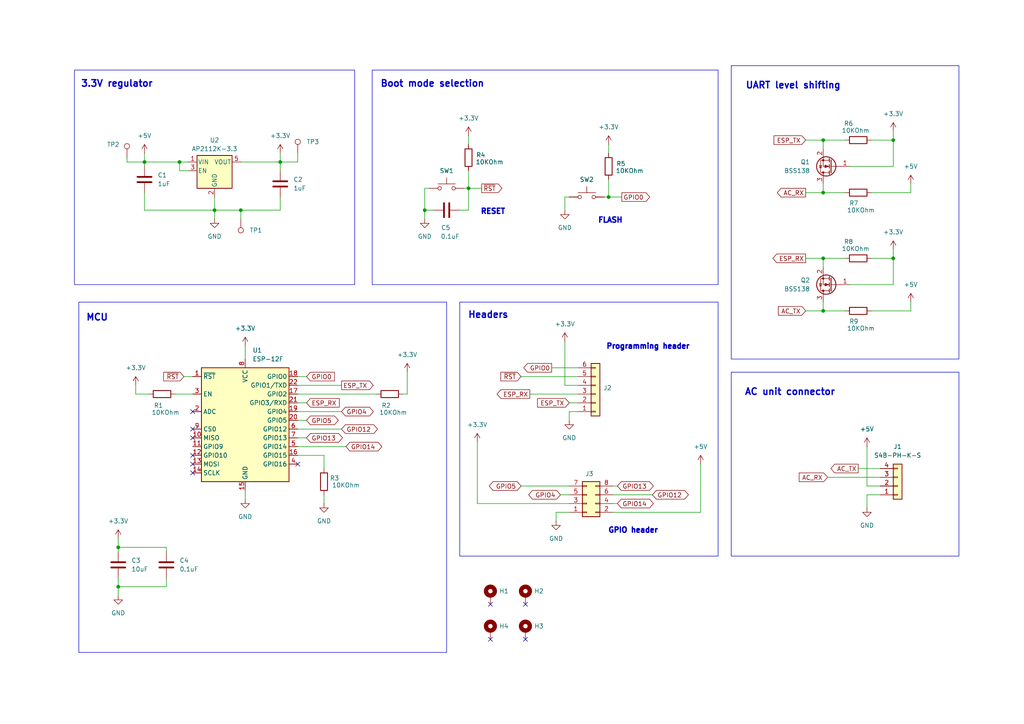
<source format=kicad_sch>
(kicad_sch (version 20250114) (generator "eeschema") (generator_version "9.0")
  (paper "A4")
  (lib_symbols
    (symbol "Connector:TestPoint" (pin_numbers (hide yes)) (pin_names (offset 0.762) (hide yes))
      (property "Reference" "TP" (at 0 6.858 0))
      (property "Value" "TestPoint" (at 0 5.08 0))
      (symbol "TestPoint_0_1"
        (circle (center 0 3.302) (radius 0.762))
      )
      (symbol "TestPoint_1_1"
        (pin passive line (at 0 0 90) (length 2.54) (name "1") (number "1"))
      )
    )
    (symbol "Connector_Generic:Conn_01x04" (pin_names (offset 1.016) (hide yes))
      (property "Reference" "J" (at 0 5.08 0))
      (property "Value" "Conn_01x04" (at 0 -7.62 0))
      (symbol "Conn_01x04_1_1"
        (rectangle (start -1.27 3.81) (end 1.27 -6.35) (stroke (width 0.254)) (fill (type background)))
        (rectangle (start -1.27 2.667) (end 0 2.413) (stroke (width 0.1524)))
        (rectangle (start -1.27 0.127) (end 0 -0.127) (stroke (width 0.1524)))
        (rectangle (start -1.27 -2.413) (end 0 -2.667) (stroke (width 0.1524)))
        (rectangle (start -1.27 -4.953) (end 0 -5.207) (stroke (width 0.1524)))
        (pin passive line (at -5.08 2.54 0) (length 3.81) (name "Pin_1") (number "1"))
        (pin passive line (at -5.08 0 0) (length 3.81) (name "Pin_2") (number "2"))
        (pin passive line (at -5.08 -2.54 0) (length 3.81) (name "Pin_3") (number "3"))
        (pin passive line (at -5.08 -5.08 0) (length 3.81) (name "Pin_4") (number "4"))
      )
    )
    (symbol "Connector_Generic:Conn_01x06" (pin_names (offset 1.016) (hide yes))
      (property "Reference" "J" (at 0 7.62 0))
      (property "Value" "Conn_01x06" (at 0 -10.16 0))
      (symbol "Conn_01x06_1_1"
        (rectangle (start -1.27 6.35) (end 1.27 -8.89) (stroke (width 0.254)) (fill (type background)))
        (rectangle (start -1.27 5.207) (end 0 4.953) (stroke (width 0.1524)))
        (rectangle (start -1.27 2.667) (end 0 2.413) (stroke (width 0.1524)))
        (rectangle (start -1.27 0.127) (end 0 -0.127) (stroke (width 0.1524)))
        (rectangle (start -1.27 -2.413) (end 0 -2.667) (stroke (width 0.1524)))
        (rectangle (start -1.27 -4.953) (end 0 -5.207) (stroke (width 0.1524)))
        (rectangle (start -1.27 -7.493) (end 0 -7.747) (stroke (width 0.1524)))
        (pin passive line (at -5.08 5.08 0) (length 3.81) (name "Pin_1") (number "1"))
        (pin passive line (at -5.08 2.54 0) (length 3.81) (name "Pin_2") (number "2"))
        (pin passive line (at -5.08 0 0) (length 3.81) (name "Pin_3") (number "3"))
        (pin passive line (at -5.08 -2.54 0) (length 3.81) (name "Pin_4") (number "4"))
        (pin passive line (at -5.08 -5.08 0) (length 3.81) (name "Pin_5") (number "5"))
        (pin passive line (at -5.08 -7.62 0) (length 3.81) (name "Pin_6") (number "6"))
      )
    )
    (symbol "Connector_Generic:Conn_02x04_Odd_Even" (pin_names (offset 1.016) (hide yes))
      (property "Reference" "J" (at 1.27 5.08 0))
      (property "Value" "Conn_02x04_Odd_Even" (at 1.27 -7.62 0))
      (symbol "Conn_02x04_Odd_Even_1_1"
        (rectangle (start -1.27 3.81) (end 3.81 -6.35) (stroke (width 0.254)) (fill (type background)))
        (rectangle (start -1.27 2.667) (end 0 2.413) (stroke (width 0.1524)))
        (rectangle (start -1.27 0.127) (end 0 -0.127) (stroke (width 0.1524)))
        (rectangle (start -1.27 -2.413) (end 0 -2.667) (stroke (width 0.1524)))
        (rectangle (start -1.27 -4.953) (end 0 -5.207) (stroke (width 0.1524)))
        (rectangle (start 3.81 2.667) (end 2.54 2.413) (stroke (width 0.1524)))
        (rectangle (start 3.81 0.127) (end 2.54 -0.127) (stroke (width 0.1524)))
        (rectangle (start 3.81 -2.413) (end 2.54 -2.667) (stroke (width 0.1524)))
        (rectangle (start 3.81 -4.953) (end 2.54 -5.207) (stroke (width 0.1524)))
        (pin passive line (at -5.08 2.54 0) (length 3.81) (name "Pin_1") (number "1"))
        (pin passive line (at -5.08 0 0) (length 3.81) (name "Pin_3") (number "3"))
        (pin passive line (at -5.08 -2.54 0) (length 3.81) (name "Pin_5") (number "5"))
        (pin passive line (at -5.08 -5.08 0) (length 3.81) (name "Pin_7") (number "7"))
        (pin passive line (at 7.62 2.54 180) (length 3.81) (name "Pin_2") (number "2"))
        (pin passive line (at 7.62 0 180) (length 3.81) (name "Pin_4") (number "4"))
        (pin passive line (at 7.62 -2.54 180) (length 3.81) (name "Pin_6") (number "6"))
        (pin passive line (at 7.62 -5.08 180) (length 3.81) (name "Pin_8") (number "8"))
      )
    )
    (symbol "Device:C" (pin_numbers (hide yes)) (pin_names (offset 0.254))
      (property "Reference" "C" (at 0.635 2.54 0))
      (property "Value" "C" (at 0.635 -2.54 0))
      (symbol "C_0_1"
        (polyline (pts (xy -2.032 0.762) (xy 2.032 0.762)) (stroke (width 0.508)))
        (polyline (pts (xy -2.032 -0.762) (xy 2.032 -0.762)) (stroke (width 0.508)))
      )
      (symbol "C_1_1"
        (pin passive line (at 0 3.81 270) (length 2.794) (name "~") (number "1"))
        (pin passive line (at 0 -3.81 90) (length 2.794) (name "~") (number "2"))
      )
    )
    (symbol "Device:R" (pin_numbers (hide yes)) (pin_names (offset 0))
      (property "Reference" "R" (at 2.032 0 90))
      (property "Value" "R" (at 0 0 90))
      (symbol "R_0_1"
        (rectangle (start -1.016 -2.54) (end 1.016 2.54) (stroke (width 0.254)))
      )
      (symbol "R_1_1"
        (pin passive line (at 0 3.81 270) (length 1.27) (name "~") (number "1"))
        (pin passive line (at 0 -3.81 90) (length 1.27) (name "~") (number "2"))
      )
    )
    (symbol "Mechanical:MountingHole_Pad" (pin_numbers (hide yes)) (pin_names (offset 1.016) (hide yes)) (in_bom no)
      (property "Reference" "H" (at 0 6.35 0))
      (property "Value" "MountingHole_Pad" (at 0 4.445 0))
      (symbol "MountingHole_Pad_0_1"
        (circle (center 0 1.27) (radius 1.27) (stroke (width 1.27)))
      )
      (symbol "MountingHole_Pad_1_1"
        (pin input line (at 0 -2.54 90) (length 2.54) (name "1") (number "1"))
      )
    )
    (symbol "RF_Module:ESP-12F"
      (property "Reference" "U" (at -12.7 19.05 0))
      (property "Value" "ESP-12F" (at 12.7 19.05 0))
      (symbol "ESP-12F_0_1"
        (rectangle (start -12.7 17.78) (end 12.7 -15.24) (stroke (width 0.254)) (fill (type background)))
      )
      (symbol "ESP-12F_1_1"
        (pin input line (at -15.24 15.24 0) (length 2.54) (name "~{RST}") (number "1"))
        (pin input line (at -15.24 10.16 0) (length 2.54) (name "EN") (number "3"))
        (pin input line (at -15.24 5.08 0) (length 2.54) (name "ADC") (number "2"))
        (pin input line (at -15.24 0 0) (length 2.54) (name "CS0") (number "9"))
        (pin bidirectional line (at -15.24 -2.54 0) (length 2.54) (name "MISO") (number "10"))
        (pin bidirectional line (at -15.24 -5.08 0) (length 2.54) (name "GPIO9") (number "11"))
        (pin bidirectional line (at -15.24 -7.62 0) (length 2.54) (name "GPIO10") (number "12"))
        (pin bidirectional line (at -15.24 -10.16 0) (length 2.54) (name "MOSI") (number "13"))
        (pin bidirectional line (at -15.24 -12.7 0) (length 2.54) (name "SCLK") (number "14"))
        (pin power_in line (at 0 20.32 270) (length 2.54) (name "VCC") (number "8"))
        (pin power_in line (at 0 -17.78 90) (length 2.54) (name "GND") (number "15"))
        (pin bidirectional line (at 15.24 15.24 180) (length 2.54) (name "GPIO0") (number "18"))
        (pin bidirectional line (at 15.24 12.7 180) (length 2.54) (name "GPIO1/TXD") (number "22"))
        (pin bidirectional line (at 15.24 10.16 180) (length 2.54) (name "GPIO2") (number "17"))
        (pin bidirectional line (at 15.24 7.62 180) (length 2.54) (name "GPIO3/RXD") (number "21"))
        (pin bidirectional line (at 15.24 5.08 180) (length 2.54) (name "GPIO4") (number "19"))
        (pin bidirectional line (at 15.24 2.54 180) (length 2.54) (name "GPIO5") (number "20"))
        (pin bidirectional line (at 15.24 0 180) (length 2.54) (name "GPIO12") (number "6"))
        (pin bidirectional line (at 15.24 -2.54 180) (length 2.54) (name "GPIO13") (number "7"))
        (pin bidirectional line (at 15.24 -5.08 180) (length 2.54) (name "GPIO14") (number "5"))
        (pin bidirectional line (at 15.24 -7.62 180) (length 2.54) (name "GPIO15") (number "16"))
        (pin bidirectional line (at 15.24 -10.16 180) (length 2.54) (name "GPIO16") (number "4"))
      )
    )
    (symbol "Regulator_Linear:AP2112K-3.3" (pin_names (offset 0.254))
      (property "Reference" "U" (at -5.08 5.715 0))
      (property "Value" "AP2112K-3.3" (at 0 5.715 0))
      (symbol "AP2112K-3.3_0_1"
        (rectangle (start -5.08 4.445) (end 5.08 -5.08) (stroke (width 0.254)) (fill (type background)))
      )
      (symbol "AP2112K-3.3_1_1"
        (pin power_in line (at -7.62 2.54 0) (length 2.54) (name "VIN") (number "1"))
        (pin input line (at -7.62 0 0) (length 2.54) (name "EN") (number "3"))
        (pin power_in line (at 0 -7.62 90) (length 2.54) (name "GND") (number "2"))
        (pin no_connect line (at 5.08 0 180) (length 2.54) (hide yes) (name "NC") (number "4"))
        (pin power_out line (at 7.62 2.54 180) (length 2.54) (name "VOUT") (number "5"))
      )
    )
    (symbol "Switch:SW_Push" (pin_numbers (hide yes)) (pin_names (offset 1.016) (hide yes))
      (property "Reference" "SW" (at 1.27 2.54 0))
      (property "Value" "SW_Push" (at 0 -1.524 0))
      (symbol "SW_Push_0_1"
        (circle (center -2.032 0) (radius 0.508))
        (polyline (pts (xy 0 1.27) (xy 0 3.048)))
        (circle (center 2.032 0) (radius 0.508))
        (polyline (pts (xy 2.54 1.27) (xy -2.54 1.27)))
        (pin passive line (at -5.08 0 0) (length 2.54) (name "1") (number "1"))
        (pin passive line (at 5.08 0 180) (length 2.54) (name "2") (number "2"))
      )
    )
    (symbol "Transistor_FET:BSS138" (pin_names (offset 0) (hide yes))
      (property "Reference" "Q" (at 5.08 1.905 0))
      (property "Value" "BSS138" (at 5.08 0 0))
      (symbol "BSS138_0_1"
        (polyline (pts (xy 0.254 1.905) (xy 0.254 -1.905)) (stroke (width 0.254)))
        (polyline (pts (xy 0.254 0) (xy -2.54 0)))
        (polyline (pts (xy 0.762 2.286) (xy 0.762 1.27)) (stroke (width 0.254)))
        (polyline (pts (xy 0.762 0.508) (xy 0.762 -0.508)) (stroke (width 0.254)))
        (polyline (pts (xy 0.762 -1.27) (xy 0.762 -2.286)) (stroke (width 0.254)))
        (polyline (pts (xy 0.762 -1.778) (xy 3.302 -1.778) (xy 3.302 1.778) (xy 0.762 1.778)))
        (polyline (pts (xy 1.016 0) (xy 2.032 0.381) (xy 2.032 -0.381) (xy 1.016 0)) (fill (type outline)))
        (circle (center 1.651 0) (radius 2.794) (stroke (width 0.254)))
        (polyline (pts (xy 2.54 2.54) (xy 2.54 1.778)))
        (circle (center 2.54 1.778) (radius 0.254) (fill (type outline)))
        (circle (center 2.54 -1.778) (radius 0.254) (fill (type outline)))
        (polyline (pts (xy 2.54 -2.54) (xy 2.54 0) (xy 0.762 0)))
        (polyline (pts (xy 2.921 0.381) (xy 3.683 0.381)))
        (polyline (pts (xy 3.302 0.381) (xy 2.921 -0.254) (xy 3.683 -0.254) (xy 3.302 0.381)))
      )
      (symbol "BSS138_1_1"
        (pin input line (at -5.08 0 0) (length 2.54) (name "G") (number "1"))
        (pin passive line (at 2.54 5.08 270) (length 2.54) (name "D") (number "3"))
        (pin passive line (at 2.54 -5.08 90) (length 2.54) (name "S") (number "2"))
      )
    )
    (symbol "power:+5V" (power) (pin_numbers (hide yes)) (pin_names (offset 0) (hide yes))
      (property "Value" "+5V" (at 0 3.556 0))
      (symbol "+5V_0_1"
        (polyline (pts (xy -0.762 1.27) (xy 0 2.54)))
        (polyline (pts (xy 0 2.54) (xy 0.762 1.27)))
        (polyline (pts (xy 0 0) (xy 0 2.54)))
      )
      (symbol "+5V_1_1"
        (pin power_in line (at 0 0 90) (length 0) (name "~") (number "1"))
      )
    )
    (symbol "power:GND" (power) (pin_numbers (hide yes)) (pin_names (offset 0) (hide yes))
      (property "Value" "GND" (at 0 -3.81 0))
      (symbol "GND_0_1"
        (polyline (pts (xy 0 0) (xy 0 -1.27) (xy 1.27 -1.27) (xy 0 -2.54) (xy -1.27 -1.27) (xy 0 -1.27)))
      )
      (symbol "GND_1_1"
        (pin power_in line (at 0 0 270) (length 0) (name "~") (number "1"))
      )
    )
  )
  (rectangle (start 22.86 87.63) (end 129.54 189.23))
  (rectangle (start 21.59 20.32) (end 102.87 82.55))
  (rectangle (start 212.09 19.05) (end 278.13 104.14))
  (rectangle (start 212.09 107.95) (end 278.13 161.29))
  (rectangle (start 107.95 20.32) (end 208.28 82.55))
  (rectangle (start 133.35 87.63) (end 208.28 161.29))
  (text "Boot mode selection" (at 110.236 24.384 0) (effects (font (size 1.905 1.905) (thickness 0.381) (bold yes)) (justify left)))
  (text "GPIO header" (at 183.642 153.924 0) (effects (font (size 1.524 1.524) (thickness 0.381) (bold yes))))
  (text "RESET" (at 143.002 61.468 0) (effects (font (size 1.524 1.524) (thickness 0.381) (bold yes))))
  (text "3.3V regulator" (at 23.368 24.384 0) (effects (font (size 1.905 1.905) (thickness 0.381) (bold yes)) (justify left)))
  (text "Headers" (at 135.636 91.44 0) (effects (font (size 1.905 1.905) (thickness 0.381) (bold yes)) (justify left)))
  (text "FLASH" (at 177.038 64.008 0) (effects (font (size 1.524 1.524) (thickness 0.381) (bold yes))))
  (text "Programming header" (at 187.96 100.584 0) (effects (font (size 1.524 1.524) (thickness 0.381) (bold yes))))
  (text "MCU" (at 24.892 92.202 0) (effects (font (size 1.905 1.905) (thickness 0.381) (bold yes)) (justify left)))
  (text "AC unit connector" (at 215.9 113.792 0) (effects (font (size 1.905 1.905) (thickness 0.381) (bold yes)) (justify left)))
  (text "UART level shifting" (at 216.154 24.892 0) (effects (font (size 1.905 1.905) (thickness 0.381) (bold yes)) (justify left)))
  (junction (at 176.53 57.15))
  (junction (at 52.07 46.99))
  (junction (at 259.08 74.93))
  (junction (at 238.76 74.93))
  (junction (at 259.08 40.64))
  (junction (at 238.76 55.88))
  (junction (at 123.19 60.96))
  (junction (at 81.28 46.99))
  (junction (at 135.89 54.61))
  (junction (at 62.23 60.96))
  (junction (at 238.76 90.17))
  (junction (at 41.91 46.99))
  (junction (at 238.76 40.64))
  (junction (at 69.85 60.96))
  (junction (at 34.29 170.18))
  (junction (at 34.29 158.75))
  (no_connect (at 86.36 134.62))
  (no_connect (at 55.88 119.38))
  (no_connect (at 152.4 175.26))
  (no_connect (at 55.88 124.46))
  (no_connect (at 142.24 175.26))
  (no_connect (at 55.88 134.62))
  (no_connect (at 152.4 185.42))
  (no_connect (at 55.88 132.08))
  (no_connect (at 142.24 185.42))
  (no_connect (at 55.88 137.16))
  (no_connect (at 55.88 127))
  (wire (pts (xy 123.19 63.5) (xy 123.19 60.96)))
  (wire (pts (xy 53.34 109.22) (xy 55.88 109.22)))
  (wire (pts (xy 135.89 60.96) (xy 135.89 54.61)))
  (wire (pts (xy 34.29 156.21) (xy 34.29 158.75)))
  (wire (pts (xy 176.53 41.91) (xy 176.53 44.45)))
  (wire (pts (xy 39.37 114.3) (xy 39.37 111.76)))
  (wire (pts (xy 264.16 87.63) (xy 264.16 90.17)))
  (wire (pts (xy 259.08 72.39) (xy 259.08 74.93)))
  (wire (pts (xy 246.38 82.55) (xy 259.08 82.55)))
  (wire (pts (xy 233.68 74.93) (xy 238.76 74.93)))
  (wire (pts (xy 153.67 114.3) (xy 167.64 114.3)))
  (wire (pts (xy 54.61 49.53) (xy 52.07 49.53)))
  (wire (pts (xy 264.16 55.88) (xy 252.73 55.88)))
  (wire (pts (xy 48.26 160.02) (xy 48.26 158.75)))
  (wire (pts (xy 134.62 54.61) (xy 135.89 54.61)))
  (wire (pts (xy 118.11 114.3) (xy 118.11 107.95)))
  (wire (pts (xy 203.2 148.59) (xy 177.8 148.59)))
  (wire (pts (xy 41.91 44.45) (xy 41.91 46.99)))
  (wire (pts (xy 69.85 46.99) (xy 81.28 46.99)))
  (wire (pts (xy 62.23 63.5) (xy 62.23 60.96)))
  (wire (pts (xy 48.26 170.18) (xy 34.29 170.18)))
  (wire (pts (xy 238.76 90.17) (xy 238.76 87.63)))
  (wire (pts (xy 151.13 140.97) (xy 165.1 140.97)))
  (wire (pts (xy 48.26 158.75) (xy 34.29 158.75)))
  (wire (pts (xy 163.83 111.76) (xy 163.83 99.06)))
  (wire (pts (xy 34.29 158.75) (xy 34.29 160.02)))
  (wire (pts (xy 48.26 167.64) (xy 48.26 170.18)))
  (wire (pts (xy 52.07 49.53) (xy 52.07 46.99)))
  (wire (pts (xy 245.11 55.88) (xy 238.76 55.88)))
  (wire (pts (xy 238.76 40.64) (xy 238.76 43.18)))
  (wire (pts (xy 245.11 90.17) (xy 238.76 90.17)))
  (wire (pts (xy 167.64 111.76) (xy 163.83 111.76)))
  (wire (pts (xy 34.29 170.18) (xy 34.29 172.72)))
  (wire (pts (xy 81.28 44.45) (xy 81.28 46.99)))
  (wire (pts (xy 135.89 54.61) (xy 139.7 54.61)))
  (wire (pts (xy 86.36 116.84) (xy 88.9 116.84)))
  (wire (pts (xy 233.68 90.17) (xy 238.76 90.17)))
  (wire (pts (xy 69.85 60.96) (xy 81.28 60.96)))
  (wire (pts (xy 86.36 121.92) (xy 88.9 121.92)))
  (wire (pts (xy 238.76 74.93) (xy 238.76 77.47)))
  (wire (pts (xy 246.38 48.26) (xy 259.08 48.26)))
  (wire (pts (xy 43.18 114.3) (xy 39.37 114.3)))
  (wire (pts (xy 165.1 119.38) (xy 165.1 121.92)))
  (wire (pts (xy 259.08 74.93) (xy 252.73 74.93)))
  (wire (pts (xy 162.56 143.51) (xy 165.1 143.51)))
  (wire (pts (xy 62.23 57.15) (xy 62.23 60.96)))
  (wire (pts (xy 86.36 46.99) (xy 81.28 46.99)))
  (wire (pts (xy 167.64 119.38) (xy 165.1 119.38)))
  (wire (pts (xy 264.16 53.34) (xy 264.16 55.88)))
  (wire (pts (xy 34.29 170.18) (xy 34.29 167.64)))
  (wire (pts (xy 175.26 57.15) (xy 176.53 57.15)))
  (wire (pts (xy 248.92 135.89) (xy 255.27 135.89)))
  (wire (pts (xy 245.11 40.64) (xy 238.76 40.64)))
  (wire (pts (xy 86.36 119.38) (xy 99.06 119.38)))
  (wire (pts (xy 86.36 129.54) (xy 100.33 129.54)))
  (wire (pts (xy 123.19 54.61) (xy 124.46 54.61)))
  (wire (pts (xy 86.36 127) (xy 88.9 127)))
  (wire (pts (xy 123.19 60.96) (xy 123.19 54.61)))
  (wire (pts (xy 161.29 148.59) (xy 165.1 148.59)))
  (wire (pts (xy 138.43 146.05) (xy 165.1 146.05)))
  (wire (pts (xy 135.89 49.53) (xy 135.89 54.61)))
  (wire (pts (xy 203.2 134.62) (xy 203.2 148.59)))
  (wire (pts (xy 36.83 46.99) (xy 41.91 46.99)))
  (wire (pts (xy 238.76 55.88) (xy 238.76 53.34)))
  (wire (pts (xy 86.36 109.22) (xy 88.9 109.22)))
  (wire (pts (xy 233.68 55.88) (xy 238.76 55.88)))
  (wire (pts (xy 41.91 46.99) (xy 41.91 48.26)))
  (wire (pts (xy 93.98 132.08) (xy 93.98 135.89)))
  (wire (pts (xy 50.8 114.3) (xy 55.88 114.3)))
  (wire (pts (xy 251.46 129.54) (xy 251.46 140.97)))
  (wire (pts (xy 86.36 111.76) (xy 99.06 111.76)))
  (wire (pts (xy 41.91 55.88) (xy 41.91 60.96)))
  (wire (pts (xy 36.83 45.72) (xy 36.83 46.99)))
  (wire (pts (xy 41.91 46.99) (xy 52.07 46.99)))
  (wire (pts (xy 259.08 38.1) (xy 259.08 40.64)))
  (wire (pts (xy 240.03 138.43) (xy 255.27 138.43)))
  (wire (pts (xy 86.36 114.3) (xy 109.22 114.3)))
  (wire (pts (xy 163.83 60.96) (xy 163.83 57.15)))
  (wire (pts (xy 245.11 74.93) (xy 238.76 74.93)))
  (wire (pts (xy 151.13 109.22) (xy 167.64 109.22)))
  (wire (pts (xy 259.08 40.64) (xy 252.73 40.64)))
  (wire (pts (xy 233.68 40.64) (xy 238.76 40.64)))
  (wire (pts (xy 165.1 116.84) (xy 167.64 116.84)))
  (wire (pts (xy 86.36 124.46) (xy 99.06 124.46)))
  (wire (pts (xy 62.23 60.96) (xy 69.85 60.96)))
  (wire (pts (xy 163.83 57.15) (xy 165.1 57.15)))
  (wire (pts (xy 264.16 90.17) (xy 252.73 90.17)))
  (wire (pts (xy 177.8 146.05) (xy 179.07 146.05)))
  (wire (pts (xy 41.91 60.96) (xy 62.23 60.96)))
  (wire (pts (xy 255.27 143.51) (xy 251.46 143.51)))
  (wire (pts (xy 160.02 106.68) (xy 167.64 106.68)))
  (wire (pts (xy 81.28 46.99) (xy 81.28 49.53)))
  (wire (pts (xy 135.89 39.37) (xy 135.89 41.91)))
  (wire (pts (xy 52.07 46.99) (xy 54.61 46.99)))
  (wire (pts (xy 259.08 82.55) (xy 259.08 74.93)))
  (wire (pts (xy 176.53 57.15) (xy 180.34 57.15)))
  (wire (pts (xy 259.08 48.26) (xy 259.08 40.64)))
  (wire (pts (xy 138.43 128.27) (xy 138.43 146.05)))
  (wire (pts (xy 123.19 60.96) (xy 125.73 60.96)))
  (wire (pts (xy 161.29 151.13) (xy 161.29 148.59)))
  (wire (pts (xy 86.36 44.45) (xy 86.36 46.99)))
  (wire (pts (xy 93.98 143.51) (xy 93.98 146.05)))
  (wire (pts (xy 71.12 100.33) (xy 71.12 104.14)))
  (wire (pts (xy 71.12 142.24) (xy 71.12 144.78)))
  (wire (pts (xy 116.84 114.3) (xy 118.11 114.3)))
  (wire (pts (xy 251.46 143.51) (xy 251.46 147.32)))
  (wire (pts (xy 81.28 60.96) (xy 81.28 57.15)))
  (wire (pts (xy 177.8 143.51) (xy 189.23 143.51)))
  (wire (pts (xy 176.53 52.07) (xy 176.53 57.15)))
  (wire (pts (xy 69.85 60.96) (xy 69.85 63.5)))
  (wire (pts (xy 93.98 132.08) (xy 86.36 132.08)))
  (wire (pts (xy 251.46 140.97) (xy 255.27 140.97)))
  (wire (pts (xy 177.8 140.97) (xy 179.07 140.97)))
  (wire (pts (xy 133.35 60.96) (xy 135.89 60.96)))
  (global_label "~{RST}" (shape input) (at 53.34 109.22 180) (property "Intersheetrefs" "${INTERSHEET_REFS}" (effects (hide yes))))
  (global_label "GPIO13" (shape bidirectional) (at 88.9 127 0) (effects (font (thickness 0.1588))) (property "Intersheetrefs" "${INTERSHEET_REFS}" (effects (hide yes))))
  (global_label "AC_RX" (shape output) (at 233.68 55.88 180) (effects (font (thickness 0.1588))) (property "Intersheetrefs" "${INTERSHEET_REFS}" (effects (hide yes))))
  (global_label "ESP_RX" (shape input) (at 88.9 116.84 0) (effects (font (thickness 0.1588))) (property "Intersheetrefs" "${INTERSHEET_REFS}" (effects (hide yes))))
  (global_label "GPIO0" (shape input) (at 88.9 109.22 0) (property "Intersheetrefs" "${INTERSHEET_REFS}" (effects (hide yes))))
  (global_label "~{RST}" (shape input) (at 151.13 109.22 180) (property "Intersheetrefs" "${INTERSHEET_REFS}" (effects (hide yes))))
  (global_label "ESP_TX" (shape output) (at 99.06 111.76 0) (effects (font (thickness 0.1588))) (property "Intersheetrefs" "${INTERSHEET_REFS}" (effects (hide yes))))
  (global_label "GPIO12" (shape bidirectional) (at 99.06 124.46 0) (effects (font (thickness 0.1588))) (property "Intersheetrefs" "${INTERSHEET_REFS}" (effects (hide yes))))
  (global_label "GPIO12" (shape bidirectional) (at 189.23 143.51 0) (effects (font (thickness 0.1588))) (property "Intersheetrefs" "${INTERSHEET_REFS}" (effects (hide yes))))
  (global_label "GPIO14" (shape bidirectional) (at 179.07 146.05 0) (effects (font (thickness 0.1588))) (property "Intersheetrefs" "${INTERSHEET_REFS}" (effects (hide yes))))
  (global_label "GPIO5" (shape bidirectional) (at 88.9 121.92 0) (effects (font (thickness 0.1588))) (property "Intersheetrefs" "${INTERSHEET_REFS}" (effects (hide yes))))
  (global_label "GPIO5" (shape bidirectional) (at 151.13 140.97 180) (effects (font (thickness 0.1588))) (property "Intersheetrefs" "${INTERSHEET_REFS}" (effects (hide yes))))
  (global_label "~{RST}" (shape output) (at 139.7 54.61 0) (property "Intersheetrefs" "${INTERSHEET_REFS}" (effects (hide yes))))
  (global_label "GPIO14" (shape bidirectional) (at 100.33 129.54 0) (effects (font (thickness 0.1588))) (property "Intersheetrefs" "${INTERSHEET_REFS}" (effects (hide yes))))
  (global_label "GPIO4" (shape bidirectional) (at 99.06 119.38 0) (effects (font (thickness 0.1588))) (property "Intersheetrefs" "${INTERSHEET_REFS}" (effects (hide yes))))
  (global_label "ESP_TX" (shape input) (at 165.1 116.84 180) (effects (font (thickness 0.1588))) (property "Intersheetrefs" "${INTERSHEET_REFS}" (effects (hide yes))))
  (global_label "ESP_RX" (shape output) (at 233.68 74.93 180) (effects (font (thickness 0.1588))) (property "Intersheetrefs" "${INTERSHEET_REFS}" (effects (hide yes))))
  (global_label "GPIO4" (shape bidirectional) (at 162.56 143.51 180) (effects (font (thickness 0.1588))) (property "Intersheetrefs" "${INTERSHEET_REFS}" (effects (hide yes))))
  (global_label "GPIO13" (shape bidirectional) (at 179.07 140.97 0) (effects (font (thickness 0.1588))) (property "Intersheetrefs" "${INTERSHEET_REFS}" (effects (hide yes))))
  (global_label "AC_RX" (shape input) (at 240.03 138.43 180) (property "Intersheetrefs" "${INTERSHEET_REFS}" (effects (hide yes))))
  (global_label "GPIO0" (shape output) (at 180.34 57.15 0) (property "Intersheetrefs" "${INTERSHEET_REFS}" (effects (hide yes))))
  (global_label "ESP_TX" (shape input) (at 233.68 40.64 180) (effects (font (thickness 0.1588))) (property "Intersheetrefs" "${INTERSHEET_REFS}" (effects (hide yes))))
  (global_label "GPIO0" (shape output) (at 160.02 106.68 180) (property "Intersheetrefs" "${INTERSHEET_REFS}" (effects (hide yes))))
  (global_label "AC_TX" (shape output) (at 248.92 135.89 180) (property "Intersheetrefs" "${INTERSHEET_REFS}" (effects (hide yes))))
  (global_label "ESP_RX" (shape output) (at 153.67 114.3 180) (effects (font (thickness 0.1588))) (property "Intersheetrefs" "${INTERSHEET_REFS}" (effects (hide yes))))
  (global_label "AC_TX" (shape input) (at 233.68 90.17 180) (effects (font (thickness 0.1588))) (property "Intersheetrefs" "${INTERSHEET_REFS}" (effects (hide yes))))
  (symbol (lib_id "power:GND") (at 161.29 151.13 0) (unit 1)
    (property "Reference" "#PWR023" (effects (hide yes)))
    (property "Value" "GND" (at 161.29 156.21 0))
    (property "Description" "Power symbol creates a global label with name \"GND\" , ground" (effects (hide yes)))
  )
  (symbol (lib_id "Device:C") (at 41.91 52.07 0) (unit 1)
    (property "Reference" "C1" (at 45.72 50.7999 0) (effects (justify left)))
    (property "Value" "1uF" (at 45.72 53.3399 0) (effects (justify left)))
    (property "Footprint" "Capacitor_SMD:C_0805_2012Metric_Pad1.18x1.45mm_HandSolder" (effects (hide yes)))
    (property "Description" "Unpolarized capacitor" (effects (hide yes)))
  )
  (symbol (lib_id "power:+5V") (at 259.08 38.1 0) (unit 1)
    (property "Reference" "#PWR017" (effects (hide yes)))
    (property "Value" "+3.3V" (at 259.08 33.02 0))
    (property "Description" "Power symbol creates a global label with name \"+5V\"" (effects (hide yes)))
  )
  (symbol (lib_id "power:+5V") (at 264.16 87.63 0) (unit 1)
    (property "Reference" "#PWR020" (effects (hide yes)))
    (property "Value" "+5V" (at 264.16 82.55 0))
    (property "Description" "Power symbol creates a global label with name \"+5V\"" (effects (hide yes)))
  )
  (symbol (lib_id "Device:C") (at 34.29 163.83 0) (unit 1)
    (property "Reference" "C3" (at 38.1 162.5599 0) (effects (justify left)))
    (property "Value" "10uF" (at 38.1 165.0999 0) (effects (justify left)))
    (property "Footprint" "Capacitor_SMD:C_1206_3216Metric_Pad1.33x1.80mm_HandSolder" (effects (hide yes)))
    (property "Description" "Unpolarized capacitor" (effects (hide yes)))
  )
  (symbol (lib_id "power:+5V") (at 259.08 72.39 0) (unit 1)
    (property "Reference" "#PWR019" (effects (hide yes)))
    (property "Value" "+3.3V" (at 259.08 67.31 0))
    (property "Description" "Power symbol creates a global label with name \"+5V\"" (effects (hide yes)))
  )
  (symbol (lib_id "Device:R") (at 135.89 45.72 0) (unit 1)
    (property "Reference" "R4" (at 139.446 44.958 0))
    (property "Value" "10KOhm" (at 141.986 46.99 0))
    (property "Footprint" "Capacitor_SMD:C_0603_1608Metric_Pad1.08x0.95mm_HandSolder" (effects (hide yes)))
    (property "Description" "Resistor" (effects (hide yes)))
  )
  (symbol (lib_id "Regulator_Linear:AP2112K-3.3") (at 62.23 49.53 0) (unit 1)
    (property "Reference" "U2" (at 62.23 40.64 0))
    (property "Value" "AP2112K-3.3" (at 62.23 43.18 0))
    (property "Footprint" "Package_TO_SOT_SMD:SOT-23-5" (effects (hide yes)))
    (property "Datasheet" "https://www.diodes.com/assets/Datasheets/AP2112.pdf" (effects (hide yes)))
    (property "Description" "600mA low dropout linear regulator, with enable pin, 3.8V-6V input voltage range, 3.3V fixed positive output, SOT-23-5" (effects (hide yes)))
  )
  (symbol (lib_id "Device:R") (at 248.92 40.64 270) (unit 1)
    (property "Reference" "R6" (at 246.126 35.814 90))
    (property "Value" "10KOhm" (at 248.158 37.846 90))
    (property "Footprint" "Capacitor_SMD:C_0603_1608Metric_Pad1.08x0.95mm_HandSolder" (effects (hide yes)))
    (property "Description" "Resistor" (effects (hide yes)))
  )
  (symbol (lib_id "power:GND") (at 71.12 144.78 0) (unit 1)
    (property "Reference" "#PWR09" (effects (hide yes)))
    (property "Value" "GND" (at 71.12 149.86 0))
    (property "Description" "Power symbol creates a global label with name \"GND\" , ground" (effects (hide yes)))
  )
  (symbol (lib_id "power:+5V") (at 135.89 39.37 0) (unit 1)
    (property "Reference" "#PWR011" (effects (hide yes)))
    (property "Value" "+3.3V" (at 135.89 34.29 0))
    (property "Description" "Power symbol creates a global label with name \"+5V\"" (effects (hide yes)))
  )
  (symbol (lib_id "power:+5V") (at 163.83 99.06 0) (unit 1)
    (property "Reference" "#PWR022" (effects (hide yes)))
    (property "Value" "+3.3V" (at 163.83 93.98 0))
    (property "Description" "Power symbol creates a global label with name \"+5V\"" (effects (hide yes)))
  )
  (symbol (lib_id "Mechanical:MountingHole_Pad") (at 142.24 182.88 0) (unit 1) (in_bom no)
    (property "Reference" "H4" (at 144.78 181.6099 0) (effects (justify left)))
    (property "Value" "MountingHole_Pad" (effects (hide yes)))
    (property "Footprint" "MountingHole:MountingHole_3.2mm_M3_DIN965_Pad" (effects (hide yes)))
    (property "Description" "Mounting Hole with connection" (effects (hide yes)))
  )
  (symbol (lib_id "power:GND") (at 165.1 121.92 0) (unit 1)
    (property "Reference" "#PWR021" (effects (hide yes)))
    (property "Value" "GND" (at 165.1 127 0))
    (property "Description" "Power symbol creates a global label with name \"GND\" , ground" (effects (hide yes)))
  )
  (symbol (lib_id "power:GND") (at 123.19 63.5 0) (unit 1)
    (property "Reference" "#PWR010" (effects (hide yes)))
    (property "Value" "GND" (at 123.19 68.58 0))
    (property "Description" "Power symbol creates a global label with name \"GND\" , ground" (effects (hide yes)))
  )
  (symbol (lib_id "Device:R") (at 46.99 114.3 270) (unit 1)
    (property "Reference" "R1" (at 45.974 117.602 90))
    (property "Value" "10KOhm" (at 48.006 119.634 90))
    (property "Footprint" "Capacitor_SMD:C_0603_1608Metric_Pad1.08x0.95mm_HandSolder" (effects (hide yes)))
    (property "Description" "Resistor" (effects (hide yes)))
  )
  (symbol (lib_id "Connector:TestPoint") (at 86.36 44.45 0) (unit 1)
    (property "Reference" "TP3" (at 88.9 41.1479 0) (effects (justify left)))
    (property "Value" "TestPoint" (effects (hide yes)))
    (property "Footprint" "TestPoint:TestPoint_Pad_D2.0mm" (effects (hide yes)))
    (property "Description" "test point" (effects (hide yes)))
  )
  (symbol (lib_id "power:GND") (at 93.98 146.05 0) (unit 1)
    (property "Reference" "#PWR014" (effects (hide yes)))
    (property "Value" "GND" (at 93.98 151.13 0))
    (property "Description" "Power symbol creates a global label with name \"GND\" , ground" (effects (hide yes)))
  )
  (symbol (lib_id "power:+5V") (at 251.46 129.54 0) (unit 1)
    (property "Reference" "#PWR02" (effects (hide yes)))
    (property "Value" "+5V" (at 251.46 124.46 0))
    (property "Description" "Power symbol creates a global label with name \"+5V\"" (effects (hide yes)))
  )
  (symbol (lib_id "Transistor_FET:BSS138") (at 241.3 82.55 180) (unit 1)
    (property "Reference" "Q2" (at 234.95 81.2799 0) (effects (justify left)))
    (property "Value" "BSS138" (at 234.95 83.8199 0) (effects (justify left)))
    (property "Footprint" "Package_TO_SOT_SMD:SOT-23" (effects (hide yes)))
    (property "Datasheet" "https://www.onsemi.com/pub/Collateral/BSS138-D.PDF" (effects (hide yes)))
    (property "Description" "50V Vds, 0.22A Id, N-Channel MOSFET, SOT-23" (effects (hide yes)))
  )
  (symbol (lib_id "Device:R") (at 248.92 90.17 270) (unit 1)
    (property "Reference" "R9" (at 247.65 93.218 90))
    (property "Value" "10KOhm" (at 249.682 95.25 90))
    (property "Footprint" "Capacitor_SMD:C_0603_1608Metric_Pad1.08x0.95mm_HandSolder" (effects (hide yes)))
    (property "Description" "Resistor" (effects (hide yes)))
  )
  (symbol (lib_id "power:+5V") (at 41.91 44.45 0) (unit 1)
    (property "Reference" "#PWR04" (effects (hide yes)))
    (property "Value" "+5V" (at 41.91 39.37 0))
    (property "Description" "Power symbol creates a global label with name \"+5V\"" (effects (hide yes)))
  )
  (symbol (lib_id "Mechanical:MountingHole_Pad") (at 152.4 182.88 0) (unit 1) (in_bom no)
    (property "Reference" "H3" (at 154.94 181.6099 0) (effects (justify left)))
    (property "Value" "MountingHole_Pad" (effects (hide yes)))
    (property "Footprint" "MountingHole:MountingHole_3.2mm_M3_DIN965_Pad" (effects (hide yes)))
    (property "Description" "Mounting Hole with connection" (effects (hide yes)))
  )
  (symbol (lib_id "Switch:SW_Push") (at 129.54 54.61 0) (unit 1)
    (property "Reference" "SW1" (at 129.54 49.53 0))
    (property "Value" "SW_Push" (effects (hide yes)))
    (property "Footprint" "Button_Switch_SMD:SW_Tactile_SPST_NO_Straight_CK_PTS636Sx25SMTRLFS" (effects (hide yes)))
    (property "Description" "Push button switch, generic, two pins" (effects (hide yes)))
  )
  (symbol (lib_id "power:+5V") (at 81.28 44.45 0) (unit 1)
    (property "Reference" "#PWR05" (effects (hide yes)))
    (property "Value" "+3.3V" (at 81.28 39.37 0))
    (property "Description" "Power symbol creates a global label with name \"+5V\"" (effects (hide yes)))
  )
  (symbol (lib_id "Transistor_FET:BSS138") (at 241.3 48.26 180) (unit 1)
    (property "Reference" "Q1" (at 234.95 46.9899 0) (effects (justify left)))
    (property "Value" "BSS138" (at 234.95 49.5299 0) (effects (justify left)))
    (property "Footprint" "Package_TO_SOT_SMD:SOT-23" (effects (hide yes)))
    (property "Datasheet" "https://www.onsemi.com/pub/Collateral/BSS138-D.PDF" (effects (hide yes)))
    (property "Description" "50V Vds, 0.22A Id, N-Channel MOSFET, SOT-23" (effects (hide yes)))
  )
  (symbol (lib_id "power:+5V") (at 39.37 111.76 0) (unit 1)
    (property "Reference" "#PWR016" (effects (hide yes)))
    (property "Value" "+3.3V" (at 39.37 106.68 0))
    (property "Description" "Power symbol creates a global label with name \"+5V\"" (effects (hide yes)))
  )
  (symbol (lib_id "Mechanical:MountingHole_Pad") (at 142.24 172.72 0) (unit 1) (in_bom no)
    (property "Reference" "H1" (at 144.78 171.4499 0) (effects (justify left)))
    (property "Value" "MountingHole_Pad" (effects (hide yes)))
    (property "Footprint" "MountingHole:MountingHole_3.2mm_M3_DIN965_Pad" (effects (hide yes)))
    (property "Description" "Mounting Hole with connection" (effects (hide yes)))
  )
  (symbol (lib_id "Mechanical:MountingHole_Pad") (at 152.4 172.72 0) (unit 1) (in_bom no)
    (property "Reference" "H2" (at 154.94 171.4499 0) (effects (justify left)))
    (property "Value" "MountingHole_Pad" (effects (hide yes)))
    (property "Footprint" "MountingHole:MountingHole_3.2mm_M3_DIN965_Pad" (effects (hide yes)))
    (property "Description" "Mounting Hole with connection" (effects (hide yes)))
  )
  (symbol (lib_id "Device:C") (at 48.26 163.83 0) (unit 1)
    (property "Reference" "C4" (at 52.07 162.5599 0) (effects (justify left)))
    (property "Value" "0.1uF" (at 52.07 165.0999 0) (effects (justify left)))
    (property "Footprint" "Capacitor_SMD:C_0603_1608Metric_Pad1.08x0.95mm_HandSolder" (effects (hide yes)))
    (property "Description" "Unpolarized capacitor" (effects (hide yes)))
  )
  (symbol (lib_id "power:GND") (at 163.83 60.96 0) (unit 1)
    (property "Reference" "#PWR012" (effects (hide yes)))
    (property "Value" "GND" (at 163.83 66.04 0))
    (property "Description" "Power symbol creates a global label with name \"GND\" , ground" (effects (hide yes)))
  )
  (symbol (lib_id "power:+5V") (at 264.16 53.34 0) (unit 1)
    (property "Reference" "#PWR018" (effects (hide yes)))
    (property "Value" "+5V" (at 264.16 48.26 0))
    (property "Description" "Power symbol creates a global label with name \"+5V\"" (effects (hide yes)))
  )
  (symbol (lib_id "Device:C") (at 129.54 60.96 90) (unit 1)
    (property "Reference" "C5" (at 129.286 66.04 90))
    (property "Value" "0.1uF" (at 130.556 68.58 90))
    (property "Footprint" "Capacitor_SMD:C_0603_1608Metric_Pad1.08x0.95mm_HandSolder" (effects (hide yes)))
    (property "Description" "Unpolarized capacitor" (effects (hide yes)))
  )
  (symbol (lib_id "power:GND") (at 251.46 147.32 0) (unit 1)
    (property "Reference" "#PWR01" (effects (hide yes)))
    (property "Value" "GND" (at 251.46 152.4 0))
    (property "Description" "Power symbol creates a global label with name \"GND\" , ground" (effects (hide yes)))
  )
  (symbol (lib_id "Device:R") (at 93.98 139.7 180) (unit 1)
    (property "Reference" "R3" (at 97.028 138.684 0))
    (property "Value" "10KOhm" (at 100.33 140.716 0))
    (property "Footprint" "Capacitor_SMD:C_0603_1608Metric_Pad1.08x0.95mm_HandSolder" (effects (hide yes)))
    (property "Description" "Resistor" (effects (hide yes)))
  )
  (symbol (lib_id "RF_Module:ESP-12F") (at 71.12 124.46 0) (unit 1)
    (property "Reference" "U1" (at 73.2633 101.6 0) (effects (justify left)))
    (property "Value" "ESP-12F" (at 73.2633 104.14 0) (effects (justify left)))
    (property "Footprint" "RF_Module:ESP-12E" (effects (hide yes)))
    (property "Datasheet" "http://wiki.ai-thinker.com/_media/esp8266/esp8266_series_modules_user_manual_v1.1.pdf" (effects (hide yes)))
    (property "Description" "802.11 b/g/n Wi-Fi Module" (effects (hide yes)))
  )
  (symbol (lib_id "power:+5V") (at 176.53 41.91 0) (unit 1)
    (property "Reference" "#PWR013" (effects (hide yes)))
    (property "Value" "+3.3V" (at 176.53 36.83 0))
    (property "Description" "Power symbol creates a global label with name \"+5V\"" (effects (hide yes)))
  )
  (symbol (lib_id "Device:R") (at 176.53 48.26 0) (unit 1)
    (property "Reference" "R5" (at 180.086 47.498 0))
    (property "Value" "10KOhm" (at 182.626 49.53 0))
    (property "Footprint" "Capacitor_SMD:C_0603_1608Metric_Pad1.08x0.95mm_HandSolder" (effects (hide yes)))
    (property "Description" "Resistor" (effects (hide yes)))
  )
  (symbol (lib_id "power:+5V") (at 118.11 107.95 0) (unit 1)
    (property "Reference" "#PWR015" (effects (hide yes)))
    (property "Value" "+3.3V" (at 118.11 102.87 0))
    (property "Description" "Power symbol creates a global label with name \"+5V\"" (effects (hide yes)))
  )
  (symbol (lib_id "Connector_Generic:Conn_02x04_Odd_Even") (at 170.18 146.05 0) (mirror x) (unit 1)
    (property "Reference" "J3" (at 170.942 137.414 0))
    (property "Value" "Conn_02x04_Odd_Even" (effects (hide yes)))
    (property "Footprint" "Connector_PinHeader_1.27mm:PinHeader_2x04_P1.27mm_Vertical" (effects (hide yes)))
    (property "Description" "Generic connector, double row, 02x04, odd/even pin numbering scheme (row 1 odd numbers, row 2 even numbers), script generated (kicad-library-utils/schlib/autogen/connector/)" (effects (hide yes)))
  )
  (symbol (lib_id "Switch:SW_Push") (at 170.18 57.15 0) (unit 1)
    (property "Reference" "SW2" (at 170.18 52.07 0))
    (property "Value" "SW_Push" (effects (hide yes)))
    (property "Footprint" "Button_Switch_SMD:SW_Tactile_SPST_NO_Straight_CK_PTS636Sx25SMTRLFS" (effects (hide yes)))
    (property "Description" "Push button switch, generic, two pins" (effects (hide yes)))
  )
  (symbol (lib_id "Device:C") (at 81.28 53.34 0) (unit 1)
    (property "Reference" "C2" (at 85.09 52.0699 0) (effects (justify left)))
    (property "Value" "1uF" (at 85.09 54.6099 0) (effects (justify left)))
    (property "Footprint" "Capacitor_SMD:C_0805_2012Metric_Pad1.18x1.45mm_HandSolder" (effects (hide yes)))
    (property "Description" "Unpolarized capacitor" (effects (hide yes)))
  )
  (symbol (lib_id "Connector:TestPoint") (at 36.83 45.72 0) (unit 1)
    (property "Reference" "TP2" (at 30.988 41.91 0) (effects (justify left)))
    (property "Value" "TestPoint" (effects (hide yes)))
    (property "Footprint" "TestPoint:TestPoint_Pad_D2.0mm" (effects (hide yes)))
    (property "Description" "test point" (effects (hide yes)))
  )
  (symbol (lib_id "Device:R") (at 113.03 114.3 270) (unit 1)
    (property "Reference" "R2" (at 112.014 117.602 90))
    (property "Value" "10KOhm" (at 114.046 119.634 90))
    (property "Footprint" "Capacitor_SMD:C_0603_1608Metric_Pad1.08x0.95mm_HandSolder" (effects (hide yes)))
    (property "Description" "Resistor" (effects (hide yes)))
  )
  (symbol (lib_id "power:GND") (at 62.23 63.5 0) (unit 1)
    (property "Reference" "#PWR03" (effects (hide yes)))
    (property "Value" "GND" (at 62.23 68.58 0))
    (property "Description" "Power symbol creates a global label with name \"GND\" , ground" (effects (hide yes)))
  )
  (symbol (lib_id "power:+5V") (at 203.2 134.62 0) (unit 1)
    (property "Reference" "#PWR025" (effects (hide yes)))
    (property "Value" "+5V" (at 203.2 129.54 0))
    (property "Description" "Power symbol creates a global label with name \"+5V\"" (effects (hide yes)))
  )
  (symbol (lib_id "power:GND") (at 34.29 172.72 0) (unit 1)
    (property "Reference" "#PWR07" (effects (hide yes)))
    (property "Value" "GND" (at 34.29 177.8 0))
    (property "Description" "Power symbol creates a global label with name \"GND\" , ground" (effects (hide yes)))
  )
  (symbol (lib_id "Device:R") (at 248.92 55.88 270) (unit 1)
    (property "Reference" "R7" (at 247.65 58.928 90))
    (property "Value" "10KOhm" (at 249.682 60.96 90))
    (property "Footprint" "Capacitor_SMD:C_0603_1608Metric_Pad1.08x0.95mm_HandSolder" (effects (hide yes)))
    (property "Description" "Resistor" (effects (hide yes)))
  )
  (symbol (lib_id "Connector_Generic:Conn_01x04") (at 260.35 140.97 0) (mirror x) (unit 1)
    (property "Reference" "J1" (at 260.35 129.54 0))
    (property "Value" "S4B-PH-K-S" (at 260.35 132.08 0))
    (property "Footprint" "Connector_JST:JST_PH_S4B-PH-K_1x04_P2.00mm_Horizontal" (effects (hide yes)))
    (property "Description" "Generic connector, single row, 01x04, script generated (kicad-library-utils/schlib/autogen/connector/)" (effects (hide yes)))
  )
  (symbol (lib_id "power:+5V") (at 138.43 128.27 0) (unit 1)
    (property "Reference" "#PWR024" (effects (hide yes)))
    (property "Value" "+3.3V" (at 138.43 123.19 0))
    (property "Description" "Power symbol creates a global label with name \"+5V\"" (effects (hide yes)))
  )
  (symbol (lib_id "Connector_Generic:Conn_01x06") (at 172.72 114.3 0) (mirror x) (unit 1)
    (property "Reference" "J2" (at 175.006 112.522 0) (effects (justify left)))
    (property "Value" "Conn_01x06" (effects (hide yes)))
    (property "Footprint" "Connector_PinHeader_2.54mm:PinHeader_1x06_P2.54mm_Vertical" (effects (hide yes)))
    (property "Description" "Generic connector, single row, 01x06, script generated (kicad-library-utils/schlib/autogen/connector/)" (effects (hide yes)))
  )
  (symbol (lib_id "Device:R") (at 248.92 74.93 270) (unit 1)
    (property "Reference" "R8" (at 246.126 70.104 90))
    (property "Value" "10KOhm" (at 248.158 72.136 90))
    (property "Footprint" "Capacitor_SMD:C_0603_1608Metric_Pad1.08x0.95mm_HandSolder" (effects (hide yes)))
    (property "Description" "Resistor" (effects (hide yes)))
  )
  (symbol (lib_id "power:+5V") (at 71.12 100.33 0) (unit 1)
    (property "Reference" "#PWR08" (effects (hide yes)))
    (property "Value" "+3.3V" (at 71.12 95.25 0))
    (property "Description" "Power symbol creates a global label with name \"+5V\"" (effects (hide yes)))
  )
  (symbol (lib_id "Connector:TestPoint") (at 69.85 63.5 180) (unit 1)
    (property "Reference" "TP1" (at 72.39 66.8019 0) (effects (justify right)))
    (property "Value" "TestPoint" (effects (hide yes)))
    (property "Footprint" "TestPoint:TestPoint_Pad_D2.0mm" (effects (hide yes)))
    (property "Description" "test point" (effects (hide yes)))
  )
  (symbol (lib_id "power:+5V") (at 34.29 156.21 0) (unit 1)
    (property "Reference" "#PWR06" (effects (hide yes)))
    (property "Value" "+3.3V" (at 34.29 151.13 0))
    (property "Description" "Power symbol creates a global label with name \"+5V\"" (effects (hide yes)))
  )
)
</source>
